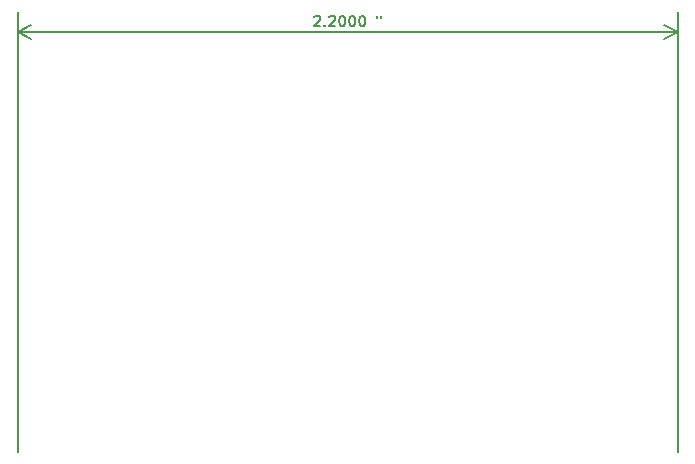
<source format=gbr>
G04 (created by PCBNEW-RS274X (2012-apr-16-27)-stable) date Mon 30 Jun 2014 11:26:30 PM CST*
G01*
G70*
G90*
%MOIN*%
G04 Gerber Fmt 3.4, Leading zero omitted, Abs format*
%FSLAX34Y34*%
G04 APERTURE LIST*
%ADD10C,0.006000*%
%ADD11C,0.007500*%
G04 APERTURE END LIST*
G54D10*
G54D11*
X46384Y-25501D02*
X46400Y-25484D01*
X46434Y-25468D01*
X46517Y-25468D01*
X46550Y-25484D01*
X46567Y-25501D01*
X46584Y-25534D01*
X46584Y-25568D01*
X46567Y-25618D01*
X46367Y-25818D01*
X46584Y-25818D01*
X46733Y-25784D02*
X46750Y-25801D01*
X46733Y-25818D01*
X46717Y-25801D01*
X46733Y-25784D01*
X46733Y-25818D01*
X46884Y-25501D02*
X46900Y-25484D01*
X46934Y-25468D01*
X47017Y-25468D01*
X47050Y-25484D01*
X47067Y-25501D01*
X47084Y-25534D01*
X47084Y-25568D01*
X47067Y-25618D01*
X46867Y-25818D01*
X47084Y-25818D01*
X47300Y-25468D02*
X47333Y-25468D01*
X47367Y-25484D01*
X47383Y-25501D01*
X47400Y-25534D01*
X47417Y-25601D01*
X47417Y-25684D01*
X47400Y-25751D01*
X47383Y-25784D01*
X47367Y-25801D01*
X47333Y-25818D01*
X47300Y-25818D01*
X47267Y-25801D01*
X47250Y-25784D01*
X47233Y-25751D01*
X47217Y-25684D01*
X47217Y-25601D01*
X47233Y-25534D01*
X47250Y-25501D01*
X47267Y-25484D01*
X47300Y-25468D01*
X47633Y-25468D02*
X47666Y-25468D01*
X47700Y-25484D01*
X47716Y-25501D01*
X47733Y-25534D01*
X47750Y-25601D01*
X47750Y-25684D01*
X47733Y-25751D01*
X47716Y-25784D01*
X47700Y-25801D01*
X47666Y-25818D01*
X47633Y-25818D01*
X47600Y-25801D01*
X47583Y-25784D01*
X47566Y-25751D01*
X47550Y-25684D01*
X47550Y-25601D01*
X47566Y-25534D01*
X47583Y-25501D01*
X47600Y-25484D01*
X47633Y-25468D01*
X47966Y-25468D02*
X47999Y-25468D01*
X48033Y-25484D01*
X48049Y-25501D01*
X48066Y-25534D01*
X48083Y-25601D01*
X48083Y-25684D01*
X48066Y-25751D01*
X48049Y-25784D01*
X48033Y-25801D01*
X47999Y-25818D01*
X47966Y-25818D01*
X47933Y-25801D01*
X47916Y-25784D01*
X47899Y-25751D01*
X47883Y-25684D01*
X47883Y-25601D01*
X47899Y-25534D01*
X47916Y-25501D01*
X47933Y-25484D01*
X47966Y-25468D01*
X48483Y-25468D02*
X48483Y-25534D01*
X48616Y-25468D02*
X48616Y-25534D01*
X36500Y-26001D02*
X58500Y-26001D01*
X36500Y-40000D02*
X36500Y-25351D01*
X58500Y-40000D02*
X58500Y-25351D01*
X58500Y-26001D02*
X58057Y-26231D01*
X58500Y-26001D02*
X58057Y-25771D01*
X36500Y-26001D02*
X36943Y-26231D01*
X36500Y-26001D02*
X36943Y-25771D01*
M02*

</source>
